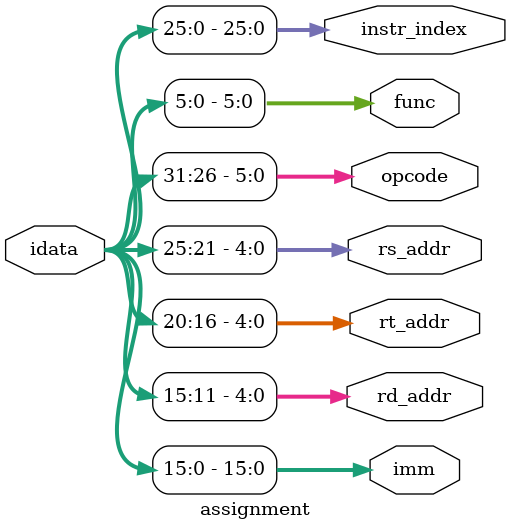
<source format=v>
`timescale 1ns / 1ps

module assignment(
    input [31:0] idata,
    
    output [15:0] imm,
    output [4:0] rd_addr,
    output [4:0] rt_addr,
    output [4:0] rs_addr,
    output [5:0] opcode,
    output [5:0] func,
    output [25:0] instr_index
    );
    
    assign imm = idata[15:0];
    assign rd_addr = idata[15:11];
    assign rt_addr = idata[20:16];
    assign rs_addr = idata[25:21];
    assign opcode = idata[31:26];
    assign func = idata[5:0];
    assign instr_index = idata [25:0];
    
endmodule

</source>
